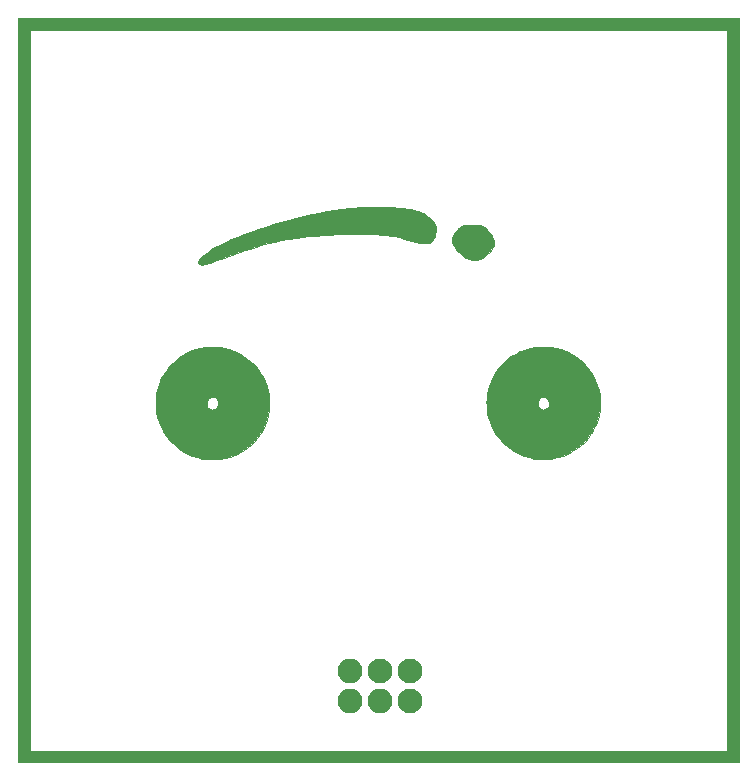
<source format=gts>
G04 #@! TF.GenerationSoftware,KiCad,Pcbnew,(5.1.2)-1*
G04 #@! TF.CreationDate,2019-05-29T22:54:16+01:00*
G04 #@! TF.ProjectId,noname,6e6f6e61-6d65-42e6-9b69-6361645f7063,rev?*
G04 #@! TF.SameCoordinates,Original*
G04 #@! TF.FileFunction,Soldermask,Top*
G04 #@! TF.FilePolarity,Negative*
%FSLAX46Y46*%
G04 Gerber Fmt 4.6, Leading zero omitted, Abs format (unit mm)*
G04 Created by KiCad (PCBNEW (5.1.2)-1) date 2019-05-29 22:54:16*
%MOMM*%
%LPD*%
G04 APERTURE LIST*
%ADD10C,0.010000*%
%ADD11C,2.100000*%
%ADD12O,2.100000X2.100000*%
G04 APERTURE END LIST*
D10*
G36*
X8274986Y14007840D02*
G01*
X8444629Y13999415D01*
X8588085Y13982893D01*
X8710688Y13956747D01*
X8817773Y13919449D01*
X8914673Y13869472D01*
X9006721Y13805289D01*
X9099251Y13725372D01*
X9197598Y13628194D01*
X9213121Y13612096D01*
X9398297Y13405789D01*
X9545731Y13211255D01*
X9657303Y13025355D01*
X9734889Y12844948D01*
X9780370Y12666897D01*
X9781027Y12662964D01*
X9790143Y12478496D01*
X9757953Y12288167D01*
X9684891Y12093175D01*
X9571391Y11894722D01*
X9440578Y11720773D01*
X9242370Y11508158D01*
X9036808Y11336883D01*
X8822561Y11206386D01*
X8598296Y11116105D01*
X8362683Y11065478D01*
X8114391Y11053941D01*
X7905750Y11072477D01*
X7664620Y11123853D01*
X7438666Y11207786D01*
X7219771Y11327759D01*
X7074111Y11429211D01*
X6877997Y11594414D01*
X6700414Y11778554D01*
X6545714Y11975427D01*
X6418249Y12178828D01*
X6322369Y12382553D01*
X6262427Y12580397D01*
X6260629Y12589142D01*
X6253699Y12717183D01*
X6277903Y12864850D01*
X6330529Y13026337D01*
X6408865Y13195842D01*
X6510202Y13367557D01*
X6631829Y13535680D01*
X6771034Y13694405D01*
X6782082Y13705743D01*
X6861388Y13782506D01*
X6936925Y13844581D01*
X7014488Y13893620D01*
X7099870Y13931278D01*
X7198865Y13959209D01*
X7317267Y13979065D01*
X7460870Y13992502D01*
X7635468Y14001171D01*
X7835808Y14006509D01*
X8073824Y14009696D01*
X8274986Y14007840D01*
X8274986Y14007840D01*
G37*
X8274986Y14007840D02*
X8444629Y13999415D01*
X8588085Y13982893D01*
X8710688Y13956747D01*
X8817773Y13919449D01*
X8914673Y13869472D01*
X9006721Y13805289D01*
X9099251Y13725372D01*
X9197598Y13628194D01*
X9213121Y13612096D01*
X9398297Y13405789D01*
X9545731Y13211255D01*
X9657303Y13025355D01*
X9734889Y12844948D01*
X9780370Y12666897D01*
X9781027Y12662964D01*
X9790143Y12478496D01*
X9757953Y12288167D01*
X9684891Y12093175D01*
X9571391Y11894722D01*
X9440578Y11720773D01*
X9242370Y11508158D01*
X9036808Y11336883D01*
X8822561Y11206386D01*
X8598296Y11116105D01*
X8362683Y11065478D01*
X8114391Y11053941D01*
X7905750Y11072477D01*
X7664620Y11123853D01*
X7438666Y11207786D01*
X7219771Y11327759D01*
X7074111Y11429211D01*
X6877997Y11594414D01*
X6700414Y11778554D01*
X6545714Y11975427D01*
X6418249Y12178828D01*
X6322369Y12382553D01*
X6262427Y12580397D01*
X6260629Y12589142D01*
X6253699Y12717183D01*
X6277903Y12864850D01*
X6330529Y13026337D01*
X6408865Y13195842D01*
X6510202Y13367557D01*
X6631829Y13535680D01*
X6771034Y13694405D01*
X6782082Y13705743D01*
X6861388Y13782506D01*
X6936925Y13844581D01*
X7014488Y13893620D01*
X7099870Y13931278D01*
X7198865Y13959209D01*
X7317267Y13979065D01*
X7460870Y13992502D01*
X7635468Y14001171D01*
X7835808Y14006509D01*
X8073824Y14009696D01*
X8274986Y14007840D01*
G36*
X361010Y15546398D02*
G01*
X811221Y15533093D01*
X1244751Y15510710D01*
X1658226Y15479363D01*
X2048270Y15439164D01*
X2411506Y15390226D01*
X2744559Y15332661D01*
X3044053Y15266582D01*
X3306612Y15192103D01*
X3391156Y15163357D01*
X3517195Y15113064D01*
X3660378Y15047478D01*
X3808459Y14972937D01*
X3949190Y14895781D01*
X4070324Y14822348D01*
X4133222Y14779271D01*
X4349782Y14602036D01*
X4530700Y14415393D01*
X4674846Y14221404D01*
X4781084Y14022128D01*
X4848284Y13819624D01*
X4875312Y13615954D01*
X4866233Y13446125D01*
X4834774Y13284244D01*
X4785645Y13105881D01*
X4724597Y12929819D01*
X4666350Y12793313D01*
X4605136Y12687794D01*
X4530399Y12605193D01*
X4437228Y12543424D01*
X4320710Y12500404D01*
X4175934Y12474046D01*
X3997989Y12462267D01*
X3884084Y12461248D01*
X3556622Y12479471D01*
X3219820Y12530622D01*
X2869465Y12615570D01*
X2501346Y12735186D01*
X2430980Y12761176D01*
X2210093Y12840757D01*
X2010258Y12904454D01*
X1815416Y12956754D01*
X1609510Y13002141D01*
X1480082Y13026813D01*
X1106659Y13086424D01*
X695596Y13136674D01*
X250517Y13177656D01*
X-224953Y13209460D01*
X-727190Y13232177D01*
X-1252570Y13245899D01*
X-1797467Y13250717D01*
X-2358258Y13246723D01*
X-2931319Y13234006D01*
X-3513024Y13212659D01*
X-4099749Y13182774D01*
X-4687869Y13144440D01*
X-5273761Y13097749D01*
X-5853800Y13042793D01*
X-6424361Y12979663D01*
X-6981820Y12908449D01*
X-7522552Y12829244D01*
X-7736416Y12794838D01*
X-8239820Y12702052D01*
X-8776807Y12584595D01*
X-9346700Y12442666D01*
X-9948827Y12276465D01*
X-10582510Y12086191D01*
X-11247076Y11872044D01*
X-11941849Y11634222D01*
X-12666155Y11372925D01*
X-13091583Y11213703D01*
X-13393838Y11099900D01*
X-13659596Y11001478D01*
X-13891445Y10917554D01*
X-14091973Y10847243D01*
X-14263768Y10789660D01*
X-14409415Y10743921D01*
X-14531504Y10709141D01*
X-14632620Y10684437D01*
X-14651732Y10680385D01*
X-14772981Y10660666D01*
X-14892236Y10650449D01*
X-14998149Y10650062D01*
X-15079374Y10659831D01*
X-15104143Y10667341D01*
X-15146068Y10694851D01*
X-15194325Y10740492D01*
X-15204681Y10752286D01*
X-15239607Y10805170D01*
X-15249614Y10858603D01*
X-15233965Y10922823D01*
X-15191924Y11008071D01*
X-15185452Y11019531D01*
X-15079652Y11175144D01*
X-14937063Y11334685D01*
X-14756955Y11498693D01*
X-14538600Y11667705D01*
X-14281268Y11842257D01*
X-13984231Y12022890D01*
X-13646761Y12210139D01*
X-13393048Y12341910D01*
X-12937462Y12563009D01*
X-12443591Y12784442D01*
X-11915455Y13005038D01*
X-11357075Y13223626D01*
X-10772472Y13439035D01*
X-10165666Y13650095D01*
X-9540680Y13855633D01*
X-8901532Y14054481D01*
X-8252245Y14245465D01*
X-7596839Y14427417D01*
X-6939336Y14599165D01*
X-6283755Y14759538D01*
X-5634118Y14907365D01*
X-4994445Y15041475D01*
X-4368758Y15160699D01*
X-3761078Y15263863D01*
X-3175424Y15349799D01*
X-2973916Y15375899D01*
X-2501474Y15429292D01*
X-2022080Y15472818D01*
X-1539110Y15506591D01*
X-1055940Y15530722D01*
X-575946Y15545325D01*
X-102504Y15550513D01*
X361010Y15546398D01*
X361010Y15546398D01*
G37*
X361010Y15546398D02*
X811221Y15533093D01*
X1244751Y15510710D01*
X1658226Y15479363D01*
X2048270Y15439164D01*
X2411506Y15390226D01*
X2744559Y15332661D01*
X3044053Y15266582D01*
X3306612Y15192103D01*
X3391156Y15163357D01*
X3517195Y15113064D01*
X3660378Y15047478D01*
X3808459Y14972937D01*
X3949190Y14895781D01*
X4070324Y14822348D01*
X4133222Y14779271D01*
X4349782Y14602036D01*
X4530700Y14415393D01*
X4674846Y14221404D01*
X4781084Y14022128D01*
X4848284Y13819624D01*
X4875312Y13615954D01*
X4866233Y13446125D01*
X4834774Y13284244D01*
X4785645Y13105881D01*
X4724597Y12929819D01*
X4666350Y12793313D01*
X4605136Y12687794D01*
X4530399Y12605193D01*
X4437228Y12543424D01*
X4320710Y12500404D01*
X4175934Y12474046D01*
X3997989Y12462267D01*
X3884084Y12461248D01*
X3556622Y12479471D01*
X3219820Y12530622D01*
X2869465Y12615570D01*
X2501346Y12735186D01*
X2430980Y12761176D01*
X2210093Y12840757D01*
X2010258Y12904454D01*
X1815416Y12956754D01*
X1609510Y13002141D01*
X1480082Y13026813D01*
X1106659Y13086424D01*
X695596Y13136674D01*
X250517Y13177656D01*
X-224953Y13209460D01*
X-727190Y13232177D01*
X-1252570Y13245899D01*
X-1797467Y13250717D01*
X-2358258Y13246723D01*
X-2931319Y13234006D01*
X-3513024Y13212659D01*
X-4099749Y13182774D01*
X-4687869Y13144440D01*
X-5273761Y13097749D01*
X-5853800Y13042793D01*
X-6424361Y12979663D01*
X-6981820Y12908449D01*
X-7522552Y12829244D01*
X-7736416Y12794838D01*
X-8239820Y12702052D01*
X-8776807Y12584595D01*
X-9346700Y12442666D01*
X-9948827Y12276465D01*
X-10582510Y12086191D01*
X-11247076Y11872044D01*
X-11941849Y11634222D01*
X-12666155Y11372925D01*
X-13091583Y11213703D01*
X-13393838Y11099900D01*
X-13659596Y11001478D01*
X-13891445Y10917554D01*
X-14091973Y10847243D01*
X-14263768Y10789660D01*
X-14409415Y10743921D01*
X-14531504Y10709141D01*
X-14632620Y10684437D01*
X-14651732Y10680385D01*
X-14772981Y10660666D01*
X-14892236Y10650449D01*
X-14998149Y10650062D01*
X-15079374Y10659831D01*
X-15104143Y10667341D01*
X-15146068Y10694851D01*
X-15194325Y10740492D01*
X-15204681Y10752286D01*
X-15239607Y10805170D01*
X-15249614Y10858603D01*
X-15233965Y10922823D01*
X-15191924Y11008071D01*
X-15185452Y11019531D01*
X-15079652Y11175144D01*
X-14937063Y11334685D01*
X-14756955Y11498693D01*
X-14538600Y11667705D01*
X-14281268Y11842257D01*
X-13984231Y12022890D01*
X-13646761Y12210139D01*
X-13393048Y12341910D01*
X-12937462Y12563009D01*
X-12443591Y12784442D01*
X-11915455Y13005038D01*
X-11357075Y13223626D01*
X-10772472Y13439035D01*
X-10165666Y13650095D01*
X-9540680Y13855633D01*
X-8901532Y14054481D01*
X-8252245Y14245465D01*
X-7596839Y14427417D01*
X-6939336Y14599165D01*
X-6283755Y14759538D01*
X-5634118Y14907365D01*
X-4994445Y15041475D01*
X-4368758Y15160699D01*
X-3761078Y15263863D01*
X-3175424Y15349799D01*
X-2973916Y15375899D01*
X-2501474Y15429292D01*
X-2022080Y15472818D01*
X-1539110Y15506591D01*
X-1055940Y15530722D01*
X-575946Y15545325D01*
X-102504Y15550513D01*
X361010Y15546398D01*
G36*
X14188703Y3699479D02*
G01*
X14391624Y3689386D01*
X14567193Y3672746D01*
X14576622Y3671532D01*
X15017638Y3593429D01*
X15446932Y3477075D01*
X15861585Y3324041D01*
X16258680Y3135899D01*
X16635300Y2914220D01*
X16988525Y2660576D01*
X17315439Y2376539D01*
X17613124Y2063679D01*
X17656533Y2012621D01*
X17933737Y1649171D01*
X18173770Y1265909D01*
X18375975Y864300D01*
X18539693Y445810D01*
X18664266Y11907D01*
X18745836Y-413808D01*
X18776842Y-715952D01*
X18786185Y-1041335D01*
X18774453Y-1377178D01*
X18742234Y-1710706D01*
X18690116Y-2029141D01*
X18666546Y-2137833D01*
X18588018Y-2422272D01*
X18483040Y-2721447D01*
X18357168Y-3022385D01*
X18215959Y-3312115D01*
X18064971Y-3577667D01*
X18018224Y-3651250D01*
X17758319Y-4010833D01*
X17467287Y-4343203D01*
X17147766Y-4646685D01*
X16802391Y-4919603D01*
X16433797Y-5160284D01*
X16044622Y-5367053D01*
X15637501Y-5538235D01*
X15215070Y-5672156D01*
X14779965Y-5767141D01*
X14657348Y-5786370D01*
X14538332Y-5800221D01*
X14392069Y-5812293D01*
X14230063Y-5822102D01*
X14063821Y-5829160D01*
X13904848Y-5832982D01*
X13764651Y-5833082D01*
X13654734Y-5828973D01*
X13652500Y-5828814D01*
X13206911Y-5776334D01*
X12773765Y-5685160D01*
X12355108Y-5556981D01*
X11952984Y-5393490D01*
X11569436Y-5196378D01*
X11206511Y-4967334D01*
X10866251Y-4708050D01*
X10550702Y-4420216D01*
X10261907Y-4105524D01*
X10001912Y-3765664D01*
X9772760Y-3402326D01*
X9576496Y-3017203D01*
X9415163Y-2611985D01*
X9301131Y-2229963D01*
X9242381Y-1975825D01*
X9200677Y-1739807D01*
X9174082Y-1506040D01*
X9160658Y-1258656D01*
X9158540Y-1095143D01*
X13497928Y-1095143D01*
X13507265Y-1228131D01*
X13534832Y-1344240D01*
X13577885Y-1434567D01*
X13615799Y-1477712D01*
X13660573Y-1505511D01*
X13730422Y-1539401D01*
X13812123Y-1574024D01*
X13892452Y-1604020D01*
X13958184Y-1624030D01*
X13989776Y-1629260D01*
X14040064Y-1620463D01*
X14105860Y-1597651D01*
X14131936Y-1585957D01*
X14209096Y-1536158D01*
X14291000Y-1463424D01*
X14367230Y-1379183D01*
X14427366Y-1294864D01*
X14459690Y-1226478D01*
X14473398Y-1156775D01*
X14469614Y-1082970D01*
X14459281Y-1029254D01*
X14407011Y-880014D01*
X14324944Y-754913D01*
X14217804Y-657991D01*
X14090314Y-593290D01*
X13947196Y-564853D01*
X13915420Y-563866D01*
X13801181Y-573991D01*
X13712195Y-608709D01*
X13639991Y-673614D01*
X13576097Y-774302D01*
X13565726Y-794821D01*
X13529090Y-876076D01*
X13508558Y-945446D01*
X13499654Y-1022754D01*
X13497928Y-1095143D01*
X9158540Y-1095143D01*
X9158063Y-1058333D01*
X9163755Y-784505D01*
X9181552Y-536318D01*
X9213360Y-298326D01*
X9261083Y-55082D01*
X9303493Y120797D01*
X9433062Y543152D01*
X9599478Y946961D01*
X9800722Y1330466D01*
X10034777Y1691906D01*
X10299625Y2029520D01*
X10593249Y2341550D01*
X10913630Y2626234D01*
X11258753Y2881814D01*
X11626598Y3106528D01*
X12015149Y3298618D01*
X12422387Y3456322D01*
X12846296Y3577881D01*
X13284857Y3661535D01*
X13376529Y3673861D01*
X13552342Y3690217D01*
X13755410Y3699921D01*
X13972081Y3703000D01*
X14188703Y3699479D01*
X14188703Y3699479D01*
G37*
X14188703Y3699479D02*
X14391624Y3689386D01*
X14567193Y3672746D01*
X14576622Y3671532D01*
X15017638Y3593429D01*
X15446932Y3477075D01*
X15861585Y3324041D01*
X16258680Y3135899D01*
X16635300Y2914220D01*
X16988525Y2660576D01*
X17315439Y2376539D01*
X17613124Y2063679D01*
X17656533Y2012621D01*
X17933737Y1649171D01*
X18173770Y1265909D01*
X18375975Y864300D01*
X18539693Y445810D01*
X18664266Y11907D01*
X18745836Y-413808D01*
X18776842Y-715952D01*
X18786185Y-1041335D01*
X18774453Y-1377178D01*
X18742234Y-1710706D01*
X18690116Y-2029141D01*
X18666546Y-2137833D01*
X18588018Y-2422272D01*
X18483040Y-2721447D01*
X18357168Y-3022385D01*
X18215959Y-3312115D01*
X18064971Y-3577667D01*
X18018224Y-3651250D01*
X17758319Y-4010833D01*
X17467287Y-4343203D01*
X17147766Y-4646685D01*
X16802391Y-4919603D01*
X16433797Y-5160284D01*
X16044622Y-5367053D01*
X15637501Y-5538235D01*
X15215070Y-5672156D01*
X14779965Y-5767141D01*
X14657348Y-5786370D01*
X14538332Y-5800221D01*
X14392069Y-5812293D01*
X14230063Y-5822102D01*
X14063821Y-5829160D01*
X13904848Y-5832982D01*
X13764651Y-5833082D01*
X13654734Y-5828973D01*
X13652500Y-5828814D01*
X13206911Y-5776334D01*
X12773765Y-5685160D01*
X12355108Y-5556981D01*
X11952984Y-5393490D01*
X11569436Y-5196378D01*
X11206511Y-4967334D01*
X10866251Y-4708050D01*
X10550702Y-4420216D01*
X10261907Y-4105524D01*
X10001912Y-3765664D01*
X9772760Y-3402326D01*
X9576496Y-3017203D01*
X9415163Y-2611985D01*
X9301131Y-2229963D01*
X9242381Y-1975825D01*
X9200677Y-1739807D01*
X9174082Y-1506040D01*
X9160658Y-1258656D01*
X9158540Y-1095143D01*
X13497928Y-1095143D01*
X13507265Y-1228131D01*
X13534832Y-1344240D01*
X13577885Y-1434567D01*
X13615799Y-1477712D01*
X13660573Y-1505511D01*
X13730422Y-1539401D01*
X13812123Y-1574024D01*
X13892452Y-1604020D01*
X13958184Y-1624030D01*
X13989776Y-1629260D01*
X14040064Y-1620463D01*
X14105860Y-1597651D01*
X14131936Y-1585957D01*
X14209096Y-1536158D01*
X14291000Y-1463424D01*
X14367230Y-1379183D01*
X14427366Y-1294864D01*
X14459690Y-1226478D01*
X14473398Y-1156775D01*
X14469614Y-1082970D01*
X14459281Y-1029254D01*
X14407011Y-880014D01*
X14324944Y-754913D01*
X14217804Y-657991D01*
X14090314Y-593290D01*
X13947196Y-564853D01*
X13915420Y-563866D01*
X13801181Y-573991D01*
X13712195Y-608709D01*
X13639991Y-673614D01*
X13576097Y-774302D01*
X13565726Y-794821D01*
X13529090Y-876076D01*
X13508558Y-945446D01*
X13499654Y-1022754D01*
X13497928Y-1095143D01*
X9158540Y-1095143D01*
X9158063Y-1058333D01*
X9163755Y-784505D01*
X9181552Y-536318D01*
X9213360Y-298326D01*
X9261083Y-55082D01*
X9303493Y120797D01*
X9433062Y543152D01*
X9599478Y946961D01*
X9800722Y1330466D01*
X10034777Y1691906D01*
X10299625Y2029520D01*
X10593249Y2341550D01*
X10913630Y2626234D01*
X11258753Y2881814D01*
X11626598Y3106528D01*
X12015149Y3298618D01*
X12422387Y3456322D01*
X12846296Y3577881D01*
X13284857Y3661535D01*
X13376529Y3673861D01*
X13552342Y3690217D01*
X13755410Y3699921D01*
X13972081Y3703000D01*
X14188703Y3699479D01*
G36*
X-13745869Y3674760D02*
G01*
X-13298240Y3627432D01*
X-13064774Y3586403D01*
X-12638356Y3479961D01*
X-12225696Y3335064D01*
X-11829298Y3153738D01*
X-11451662Y2938010D01*
X-11095291Y2689906D01*
X-10762687Y2411453D01*
X-10456352Y2104677D01*
X-10178788Y1771606D01*
X-9932496Y1414264D01*
X-9719980Y1034680D01*
X-9603768Y783167D01*
X-9452762Y383666D01*
X-9340925Y-15811D01*
X-9266098Y-424394D01*
X-9229108Y-799346D01*
X-9222427Y-1241614D01*
X-9256994Y-1679426D01*
X-9331762Y-2110105D01*
X-9445683Y-2530977D01*
X-9597710Y-2939363D01*
X-9786795Y-3332588D01*
X-10011890Y-3707976D01*
X-10271949Y-4062850D01*
X-10565923Y-4394534D01*
X-10681160Y-4509003D01*
X-11023671Y-4809276D01*
X-11387391Y-5072972D01*
X-11771738Y-5299804D01*
X-12176127Y-5489488D01*
X-12599975Y-5641739D01*
X-13042699Y-5756270D01*
X-13345583Y-5811156D01*
X-13468803Y-5825783D01*
X-13621441Y-5837668D01*
X-13792328Y-5846512D01*
X-13970295Y-5852014D01*
X-14144171Y-5853872D01*
X-14302785Y-5851786D01*
X-14434970Y-5845454D01*
X-14478000Y-5841660D01*
X-14923804Y-5777192D01*
X-15347907Y-5678746D01*
X-15755934Y-5544679D01*
X-16153509Y-5373346D01*
X-16258976Y-5320900D01*
X-16630010Y-5108167D01*
X-16983874Y-4859388D01*
X-17316394Y-4578559D01*
X-17623398Y-4269676D01*
X-17900710Y-3936732D01*
X-18144158Y-3583724D01*
X-18236853Y-3427703D01*
X-18436423Y-3037492D01*
X-18595478Y-2642055D01*
X-18714962Y-2237776D01*
X-18795820Y-1821037D01*
X-18838996Y-1388222D01*
X-18845857Y-1142175D01*
X-14540263Y-1142175D01*
X-14526303Y-1278678D01*
X-14520789Y-1300121D01*
X-14483831Y-1388679D01*
X-14423722Y-1460837D01*
X-14333443Y-1523382D01*
X-14245166Y-1566558D01*
X-14138531Y-1607749D01*
X-14054857Y-1625295D01*
X-13982710Y-1620225D01*
X-13916142Y-1596218D01*
X-13846774Y-1550329D01*
X-13769057Y-1479094D01*
X-13694242Y-1394687D01*
X-13633583Y-1309284D01*
X-13609425Y-1264325D01*
X-13570944Y-1134759D01*
X-13567793Y-1003174D01*
X-13596485Y-876499D01*
X-13653531Y-761665D01*
X-13735445Y-665601D01*
X-13838738Y-595238D01*
X-13959924Y-557506D01*
X-13965539Y-556713D01*
X-14089310Y-560026D01*
X-14206425Y-599799D01*
X-14312544Y-670220D01*
X-14403327Y-765478D01*
X-14474435Y-879764D01*
X-14521527Y-1007267D01*
X-14540263Y-1142175D01*
X-18845857Y-1142175D01*
X-18847310Y-1090083D01*
X-18833930Y-687084D01*
X-18791607Y-308054D01*
X-18718329Y55702D01*
X-18612082Y412881D01*
X-18470854Y772177D01*
X-18362084Y1005417D01*
X-18159580Y1378598D01*
X-17934146Y1720563D01*
X-17681248Y2036928D01*
X-17396353Y2333311D01*
X-17074926Y2615326D01*
X-17039166Y2644098D01*
X-16680002Y2904130D01*
X-16300583Y3127922D01*
X-15903537Y3314852D01*
X-15491492Y3464296D01*
X-15067075Y3575632D01*
X-14632914Y3648237D01*
X-14191636Y3681487D01*
X-13745869Y3674760D01*
X-13745869Y3674760D01*
G37*
X-13745869Y3674760D02*
X-13298240Y3627432D01*
X-13064774Y3586403D01*
X-12638356Y3479961D01*
X-12225696Y3335064D01*
X-11829298Y3153738D01*
X-11451662Y2938010D01*
X-11095291Y2689906D01*
X-10762687Y2411453D01*
X-10456352Y2104677D01*
X-10178788Y1771606D01*
X-9932496Y1414264D01*
X-9719980Y1034680D01*
X-9603768Y783167D01*
X-9452762Y383666D01*
X-9340925Y-15811D01*
X-9266098Y-424394D01*
X-9229108Y-799346D01*
X-9222427Y-1241614D01*
X-9256994Y-1679426D01*
X-9331762Y-2110105D01*
X-9445683Y-2530977D01*
X-9597710Y-2939363D01*
X-9786795Y-3332588D01*
X-10011890Y-3707976D01*
X-10271949Y-4062850D01*
X-10565923Y-4394534D01*
X-10681160Y-4509003D01*
X-11023671Y-4809276D01*
X-11387391Y-5072972D01*
X-11771738Y-5299804D01*
X-12176127Y-5489488D01*
X-12599975Y-5641739D01*
X-13042699Y-5756270D01*
X-13345583Y-5811156D01*
X-13468803Y-5825783D01*
X-13621441Y-5837668D01*
X-13792328Y-5846512D01*
X-13970295Y-5852014D01*
X-14144171Y-5853872D01*
X-14302785Y-5851786D01*
X-14434970Y-5845454D01*
X-14478000Y-5841660D01*
X-14923804Y-5777192D01*
X-15347907Y-5678746D01*
X-15755934Y-5544679D01*
X-16153509Y-5373346D01*
X-16258976Y-5320900D01*
X-16630010Y-5108167D01*
X-16983874Y-4859388D01*
X-17316394Y-4578559D01*
X-17623398Y-4269676D01*
X-17900710Y-3936732D01*
X-18144158Y-3583724D01*
X-18236853Y-3427703D01*
X-18436423Y-3037492D01*
X-18595478Y-2642055D01*
X-18714962Y-2237776D01*
X-18795820Y-1821037D01*
X-18838996Y-1388222D01*
X-18845857Y-1142175D01*
X-14540263Y-1142175D01*
X-14526303Y-1278678D01*
X-14520789Y-1300121D01*
X-14483831Y-1388679D01*
X-14423722Y-1460837D01*
X-14333443Y-1523382D01*
X-14245166Y-1566558D01*
X-14138531Y-1607749D01*
X-14054857Y-1625295D01*
X-13982710Y-1620225D01*
X-13916142Y-1596218D01*
X-13846774Y-1550329D01*
X-13769057Y-1479094D01*
X-13694242Y-1394687D01*
X-13633583Y-1309284D01*
X-13609425Y-1264325D01*
X-13570944Y-1134759D01*
X-13567793Y-1003174D01*
X-13596485Y-876499D01*
X-13653531Y-761665D01*
X-13735445Y-665601D01*
X-13838738Y-595238D01*
X-13959924Y-557506D01*
X-13965539Y-556713D01*
X-14089310Y-560026D01*
X-14206425Y-599799D01*
X-14312544Y-670220D01*
X-14403327Y-765478D01*
X-14474435Y-879764D01*
X-14521527Y-1007267D01*
X-14540263Y-1142175D01*
X-18845857Y-1142175D01*
X-18847310Y-1090083D01*
X-18833930Y-687084D01*
X-18791607Y-308054D01*
X-18718329Y55702D01*
X-18612082Y412881D01*
X-18470854Y772177D01*
X-18362084Y1005417D01*
X-18159580Y1378598D01*
X-17934146Y1720563D01*
X-17681248Y2036928D01*
X-17396353Y2333311D01*
X-17074926Y2615326D01*
X-17039166Y2644098D01*
X-16680002Y2904130D01*
X-16300583Y3127922D01*
X-15903537Y3314852D01*
X-15491492Y3464296D01*
X-15067075Y3575632D01*
X-14632914Y3648237D01*
X-14191636Y3681487D01*
X-13745869Y3674760D01*
G36*
X30501167Y-31496000D02*
G01*
X-30501166Y-31496000D01*
X-30501166Y30501167D01*
X-29506333Y30501167D01*
X-29506333Y-30501166D01*
X29506334Y-30501166D01*
X29506334Y30501167D01*
X-29506333Y30501167D01*
X-30501166Y30501167D01*
X-30501166Y31496000D01*
X30501167Y31496000D01*
X30501167Y-31496000D01*
X30501167Y-31496000D01*
G37*
X30501167Y-31496000D02*
X-30501166Y-31496000D01*
X-30501166Y30501167D01*
X-29506333Y30501167D01*
X-29506333Y-30501166D01*
X29506334Y-30501166D01*
X29506334Y30501167D01*
X-29506333Y30501167D01*
X-30501166Y30501167D01*
X-30501166Y31496000D01*
X30501167Y31496000D01*
X30501167Y-31496000D01*
D11*
X127000Y-23749000D03*
X2667000Y-23749000D03*
X2667000Y-26289000D03*
D12*
X127000Y-26289000D03*
X-2413000Y-23749000D03*
X-2413000Y-26289000D03*
M02*

</source>
